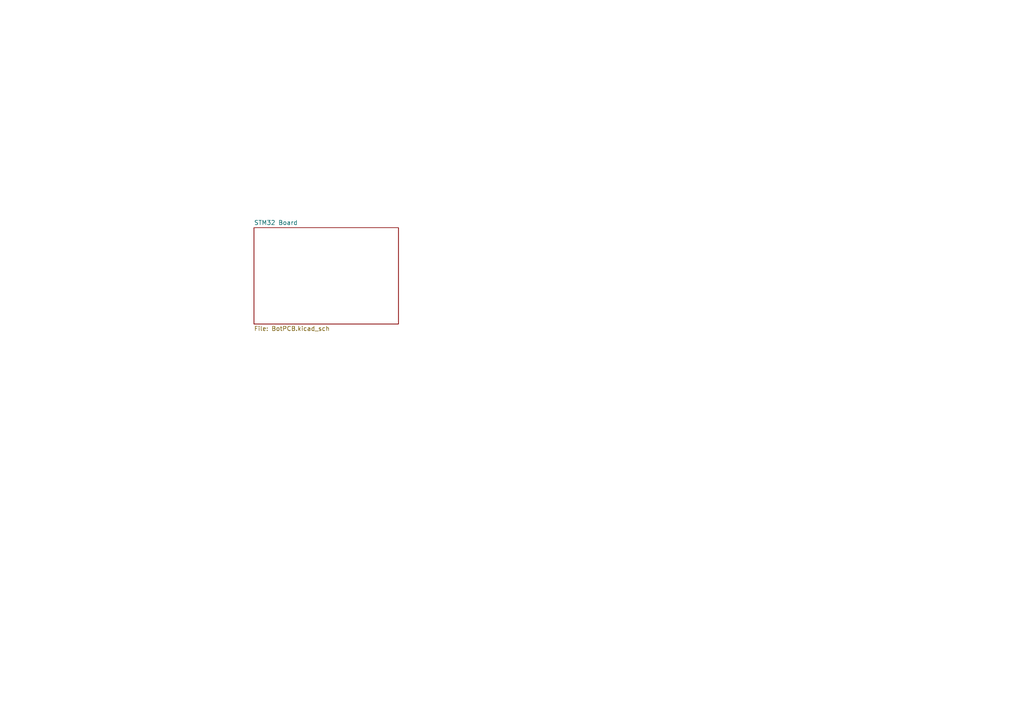
<source format=kicad_sch>
(kicad_sch (version 20230121) (generator eeschema)

  (uuid 9fa682e0-b0f5-4fc0-8392-e1e5d9b0026c)

  (paper "A4")

  (lib_symbols
  )


  (sheet (at 73.66 66.04) (size 41.91 27.94) (fields_autoplaced)
    (stroke (width 0.1524) (type solid))
    (fill (color 0 0 0 0.0000))
    (uuid b708268b-4dc6-4d0c-a819-84cab74b9a85)
    (property "Sheetname" "STM32 Board" (at 73.66 65.3284 0)
      (effects (font (size 1.27 1.27)) (justify left bottom))
    )
    (property "Sheetfile" "BotPCB.kicad_sch" (at 73.66 94.5646 0)
      (effects (font (size 1.27 1.27)) (justify left top))
    )
    (instances
      (project "finalproj"
        (path "/9fa682e0-b0f5-4fc0-8392-e1e5d9b0026c" (page "1"))
      )
    )
  )

  (sheet_instances
    (path "/" (page "1"))
  )
)

</source>
